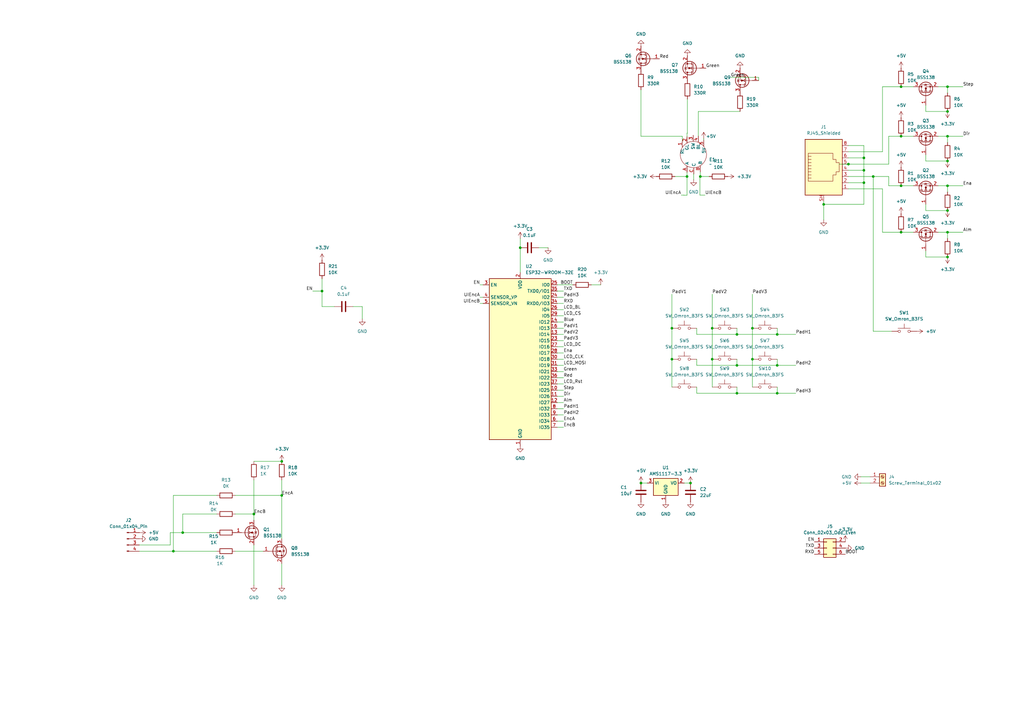
<source format=kicad_sch>
(kicad_sch (version 20231120) (generator "eeschema") (generator_version "8.0")
  (paper "A3")
  (lib_symbols
    (symbol "Connector:Conn_01x04_Pin" (pin_names (offset 1.016) hide)
      (property "Reference" "J" (at 0 5.08 0))
      (property "Value" "Conn_01x04_Pin" (at 0 -7.62 0))
      (symbol "Conn_01x04_Pin_1_1"
        (polyline (pts (xy 1.27 -5.08) (xy 0.8636 -5.08)) (stroke (width 0.1524)))
        (polyline (pts (xy 1.27 -2.54) (xy 0.8636 -2.54)) (stroke (width 0.1524)))
        (polyline (pts (xy 1.27 0) (xy 0.8636 0)) (stroke (width 0.1524)))
        (polyline (pts (xy 1.27 2.54) (xy 0.8636 2.54)) (stroke (width 0.1524)))
        (rectangle (start 0.8636 -4.953) (end 0 -5.207) (stroke (width 0.1524)) (fill (type outline)))
        (rectangle (start 0.8636 -2.413) (end 0 -2.667) (stroke (width 0.1524)) (fill (type outline)))
        (rectangle (start 0.8636 0.127) (end 0 -0.127) (stroke (width 0.1524)) (fill (type outline)))
        (rectangle (start 0.8636 2.667) (end 0 2.413) (stroke (width 0.1524)) (fill (type outline)))
        (pin passive line (at 5.08 2.54 180) (length 3.81) (name "Pin_1") (number "1"))
        (pin passive line (at 5.08 0 180) (length 3.81) (name "Pin_2") (number "2"))
        (pin passive line (at 5.08 -2.54 180) (length 3.81) (name "Pin_3") (number "3"))
        (pin passive line (at 5.08 -5.08 180) (length 3.81) (name "Pin_4") (number "4"))
      )
    )
    (symbol "Connector:RJ45_Shielded" (pin_names (offset 1.016))
      (property "Reference" "J" (at -5.08 13.97 0))
      (property "Value" "RJ45_Shielded" (at 2.54 13.97 0))
      (symbol "RJ45_Shielded_0_1"
        (polyline (pts (xy -5.08 4.445) (xy -6.35 4.445)))
        (polyline (pts (xy -5.08 5.715) (xy -6.35 5.715)))
        (polyline (pts (xy -6.35 -3.175) (xy -5.08 -3.175) (xy -5.08 -3.175)))
        (polyline (pts (xy -6.35 -1.905) (xy -5.08 -1.905) (xy -5.08 -1.905)))
        (polyline (pts (xy -6.35 -0.635) (xy -5.08 -0.635) (xy -5.08 -0.635)))
        (polyline (pts (xy -6.35 0.635) (xy -5.08 0.635) (xy -5.08 0.635)))
        (polyline (pts (xy -6.35 1.905) (xy -5.08 1.905) (xy -5.08 1.905)))
        (polyline (pts (xy -5.08 3.175) (xy -6.35 3.175) (xy -6.35 3.175)))
        (polyline (pts (xy -6.35 -4.445) (xy -6.35 6.985) (xy 3.81 6.985) (xy 3.81 4.445) (xy 5.08 4.445) (xy 5.08 3.175) (xy 6.35 3.175) (xy 6.35 -0.635) (xy 5.08 -0.635) (xy 5.08 -1.905) (xy 3.81 -1.905) (xy 3.81 -4.445) (xy -6.35 -4.445) (xy -6.35 -4.445)))
        (rectangle (start 7.62 12.7) (end -7.62 -10.16) (stroke (width 0.254)) (fill (type background)))
      )
      (symbol "RJ45_Shielded_1_1"
        (pin passive line (at 10.16 -7.62 180) (length 2.54) (name "~") (number "1"))
        (pin passive line (at 10.16 -5.08 180) (length 2.54) (name "~") (number "2"))
        (pin passive line (at 10.16 -2.54 180) (length 2.54) (name "~") (number "3"))
        (pin passive line (at 10.16 0 180) (length 2.54) (name "~") (number "4"))
        (pin passive line (at 10.16 2.54 180) (length 2.54) (name "~") (number "5"))
        (pin passive line (at 10.16 5.08 180) (length 2.54) (name "~") (number "6"))
        (pin passive line (at 10.16 7.62 180) (length 2.54) (name "~") (number "7"))
        (pin passive line (at 10.16 10.16 180) (length 2.54) (name "~") (number "8"))
        (pin passive line (at 0 -12.7 90) (length 2.54) (name "~") (number "SH"))
      )
    )
    (symbol "Connector:Screw_Terminal_01x02" (pin_names (offset 1.016) hide)
      (property "Reference" "J" (at 0 2.54 0))
      (property "Value" "Screw_Terminal_01x02" (at 0 -5.08 0))
      (symbol "Screw_Terminal_01x02_1_1"
        (rectangle (start -1.27 1.27) (end 1.27 -3.81) (stroke (width 0.254)) (fill (type background)))
        (circle (center 0 -2.54) (radius 0.635) (stroke (width 0.1524)))
        (polyline (pts (xy -0.5334 -2.2098) (xy 0.3302 -3.048)) (stroke (width 0.1524)))
        (polyline (pts (xy -0.5334 0.3302) (xy 0.3302 -0.508)) (stroke (width 0.1524)))
        (polyline (pts (xy -0.3556 -2.032) (xy 0.508 -2.8702)) (stroke (width 0.1524)))
        (polyline (pts (xy -0.3556 0.508) (xy 0.508 -0.3302)) (stroke (width 0.1524)))
        (circle (center 0 0) (radius 0.635) (stroke (width 0.1524)))
        (pin passive line (at -5.08 0 0) (length 3.81) (name "Pin_1") (number "1"))
        (pin passive line (at -5.08 -2.54 0) (length 3.81) (name "Pin_2") (number "2"))
      )
    )
    (symbol "Connector_Generic:Conn_02x03_Odd_Even" (pin_names (offset 1.016) hide)
      (property "Reference" "J" (at 1.27 5.08 0))
      (property "Value" "Conn_02x03_Odd_Even" (at 1.27 -5.08 0))
      (symbol "Conn_02x03_Odd_Even_1_1"
        (rectangle (start -1.27 -2.413) (end 0 -2.667) (stroke (width 0.1524)))
        (rectangle (start -1.27 0.127) (end 0 -0.127) (stroke (width 0.1524)))
        (rectangle (start -1.27 2.667) (end 0 2.413) (stroke (width 0.1524)))
        (rectangle (start -1.27 3.81) (end 3.81 -3.81) (stroke (width 0.254)) (fill (type background)))
        (rectangle (start 3.81 -2.413) (end 2.54 -2.667) (stroke (width 0.1524)))
        (rectangle (start 3.81 0.127) (end 2.54 -0.127) (stroke (width 0.1524)))
        (rectangle (start 3.81 2.667) (end 2.54 2.413) (stroke (width 0.1524)))
        (pin passive line (at -5.08 2.54 0) (length 3.81) (name "Pin_1") (number "1"))
        (pin passive line (at 7.62 2.54 180) (length 3.81) (name "Pin_2") (number "2"))
        (pin passive line (at -5.08 0 0) (length 3.81) (name "Pin_3") (number "3"))
        (pin passive line (at 7.62 0 180) (length 3.81) (name "Pin_4") (number "4"))
        (pin passive line (at -5.08 -2.54 0) (length 3.81) (name "Pin_5") (number "5"))
        (pin passive line (at 7.62 -2.54 180) (length 3.81) (name "Pin_6") (number "6"))
      )
    )
    (symbol "Device:C" (pin_numbers hide) (pin_names (offset 0.254))
      (property "Reference" "C" (at 0.635 2.54 0))
      (property "Value" "C" (at 0.635 -2.54 0))
      (symbol "C_0_1"
        (polyline (pts (xy -2.032 -0.762) (xy 2.032 -0.762)) (stroke (width 0.508)))
        (polyline (pts (xy -2.032 0.762) (xy 2.032 0.762)) (stroke (width 0.508)))
      )
      (symbol "C_1_1"
        (pin passive line (at 0 3.81 270) (length 2.794) (name "~") (number "1"))
        (pin passive line (at 0 -3.81 90) (length 2.794) (name "~") (number "2"))
      )
    )
    (symbol "Device:R" (pin_numbers hide) (pin_names (offset 0))
      (property "Reference" "R" (at 2.032 0 90))
      (property "Value" "R" (at 0 0 90))
      (symbol "R_0_1"
        (rectangle (start -1.016 -2.54) (end 1.016 2.54) (stroke (width 0.254)))
      )
      (symbol "R_1_1"
        (pin passive line (at 0 3.81 270) (length 1.27) (name "~") (number "1"))
        (pin passive line (at 0 -3.81 90) (length 1.27) (name "~") (number "2"))
      )
    )
    (symbol "RF_Module:ESP32-WROOM-32E"
      (property "Reference" "U" (at -12.7 34.29 0))
      (property "Value" "ESP32-WROOM-32E" (at 1.27 34.29 0))
      (symbol "ESP32-WROOM-32E_0_1"
        (rectangle (start -12.7 33.02) (end 12.7 -33.02) (stroke (width 0.254)) (fill (type background)))
      )
      (symbol "ESP32-WROOM-32E_1_1"
        (pin power_in line (at 0 -35.56 90) (length 2.54) (name "GND") (number "1"))
        (pin bidirectional line (at 15.24 -12.7 180) (length 2.54) (name "IO25") (number "10"))
        (pin bidirectional line (at 15.24 -15.24 180) (length 2.54) (name "IO26") (number "11"))
        (pin bidirectional line (at 15.24 -17.78 180) (length 2.54) (name "IO27") (number "12"))
        (pin bidirectional line (at 15.24 10.16 180) (length 2.54) (name "IO14") (number "13"))
        (pin bidirectional line (at 15.24 15.24 180) (length 2.54) (name "IO12") (number "14"))
        (pin passive line (at 0 -35.56 90) (length 2.54) hide (name "GND") (number "15"))
        (pin bidirectional line (at 15.24 12.7 180) (length 2.54) (name "IO13") (number "16"))
        (pin no_connect line (at -12.7 -5.08 0) (length 2.54) hide (name "NC") (number "17"))
        (pin no_connect line (at -12.7 -7.62 0) (length 2.54) hide (name "NC") (number "18"))
        (pin no_connect line (at -12.7 -12.7 0) (length 2.54) hide (name "NC") (number "19"))
        (pin power_in line (at 0 35.56 270) (length 2.54) (name "VDD") (number "2"))
        (pin no_connect line (at -12.7 -10.16 0) (length 2.54) hide (name "NC") (number "20"))
        (pin no_connect line (at -12.7 0 0) (length 2.54) hide (name "NC") (number "21"))
        (pin no_connect line (at -12.7 -2.54 0) (length 2.54) hide (name "NC") (number "22"))
        (pin bidirectional line (at 15.24 7.62 180) (length 2.54) (name "IO15") (number "23"))
        (pin bidirectional line (at 15.24 25.4 180) (length 2.54) (name "IO2") (number "24"))
        (pin bidirectional line (at 15.24 30.48 180) (length 2.54) (name "IO0") (number "25"))
        (pin bidirectional line (at 15.24 20.32 180) (length 2.54) (name "IO4") (number "26"))
        (pin bidirectional line (at 15.24 5.08 180) (length 2.54) (name "IO16") (number "27"))
        (pin bidirectional line (at 15.24 2.54 180) (length 2.54) (name "IO17") (number "28"))
        (pin bidirectional line (at 15.24 17.78 180) (length 2.54) (name "IO5") (number "29"))
        (pin input line (at -15.24 30.48 0) (length 2.54) (name "EN") (number "3"))
        (pin bidirectional line (at 15.24 0 180) (length 2.54) (name "IO18") (number "30"))
        (pin bidirectional line (at 15.24 -2.54 180) (length 2.54) (name "IO19") (number "31"))
        (pin no_connect line (at -12.7 -27.94 0) (length 2.54) hide (name "NC") (number "32"))
        (pin bidirectional line (at 15.24 -5.08 180) (length 2.54) (name "IO21") (number "33"))
        (pin bidirectional line (at 15.24 22.86 180) (length 2.54) (name "RXD0/IO3") (number "34"))
        (pin bidirectional line (at 15.24 27.94 180) (length 2.54) (name "TXD0/IO1") (number "35"))
        (pin bidirectional line (at 15.24 -7.62 180) (length 2.54) (name "IO22") (number "36"))
        (pin bidirectional line (at 15.24 -10.16 180) (length 2.54) (name "IO23") (number "37"))
        (pin passive line (at 0 -35.56 90) (length 2.54) hide (name "GND") (number "38"))
        (pin passive line (at 0 -35.56 90) (length 2.54) hide (name "GND") (number "39"))
        (pin input line (at -15.24 25.4 0) (length 2.54) (name "SENSOR_VP") (number "4"))
        (pin input line (at -15.24 22.86 0) (length 2.54) (name "SENSOR_VN") (number "5"))
        (pin input line (at 15.24 -25.4 180) (length 2.54) (name "IO34") (number "6"))
        (pin input line (at 15.24 -27.94 180) (length 2.54) (name "IO35") (number "7"))
        (pin bidirectional line (at 15.24 -20.32 180) (length 2.54) (name "IO32") (number "8"))
        (pin bidirectional line (at 15.24 -22.86 180) (length 2.54) (name "IO33") (number "9"))
      )
    )
    (symbol "Regulator_Linear:AMS1117-3.3"
      (property "Reference" "U" (at -3.81 3.175 0))
      (property "Value" "AMS1117-3.3" (at 0 3.175 0))
      (symbol "AMS1117-3.3_0_1"
        (rectangle (start -5.08 -5.08) (end 5.08 1.905) (stroke (width 0.254)) (fill (type background)))
      )
      (symbol "AMS1117-3.3_1_1"
        (pin power_in line (at 0 -7.62 90) (length 2.54) (name "GND") (number "1"))
        (pin power_out line (at 7.62 0 180) (length 2.54) (name "VO") (number "2"))
        (pin power_in line (at -7.62 0 0) (length 2.54) (name "VI") (number "3"))
      )
    )
    (symbol "RotaryEncoder:LED-EC12"
      (property "Reference" "E" (at 5.7594 -3.9264 0))
      (symbol "LED-EC12_0_1"
        (circle (center -0.0826 0.1376) (radius 5.3882))
      )
      (symbol "LED-EC12_1_1"
        (pin passive line (at -4.6276 5.7676 270) (length 2.54) (name "RL") (number "1"))
        (pin passive line (at -2.7026 7.3776 270) (length 2.54) (name "GL") (number "2"))
        (pin passive line (at -0.1826 8.0427 270) (length 2.54) (name "SW") (number "3"))
        (pin passive line (at 1.9523 7.6927 270) (length 2.54) (name "BL") (number "4"))
        (pin power_in line (at 4.1923 6.0826 270) (length 2.54) (name "5V") (number "5"))
        (pin passive line (at -2.7004 -7.1672 90) (length 2.54) (name "A") (number "A"))
        (pin passive line (at 2.7595 -7.0272 90) (length 2.54) (name "B") (number "B"))
        (pin passive line (at 0.0996 -7.8672 90) (length 2.54) (name "C") (number "C"))
      )
    )
    (symbol "Switch:SW_Omron_B3FS" (pin_numbers hide) (pin_names (offset 1.016) hide)
      (property "Reference" "SW" (at 1.27 2.54 0))
      (property "Value" "SW_Omron_B3FS" (at 0 -1.524 0))
      (symbol "SW_Omron_B3FS_0_1"
        (circle (center -2.032 0) (radius 0.508))
        (polyline (pts (xy 0 1.27) (xy 0 3.048)))
        (polyline (pts (xy 2.54 1.27) (xy -2.54 1.27)))
        (circle (center 2.032 0) (radius 0.508))
        (pin passive line (at -5.08 0 0) (length 2.54) (name "1") (number "1"))
        (pin passive line (at 5.08 0 180) (length 2.54) (name "2") (number "2"))
      )
    )
    (symbol "Transistor_FET:BSS138" (pin_names hide)
      (property "Reference" "Q" (at 5.08 1.905 0))
      (property "Value" "BSS138" (at 5.08 0 0))
      (symbol "BSS138_0_1"
        (polyline (pts (xy 0.254 0) (xy -2.54 0)))
        (polyline (pts (xy 0.254 1.905) (xy 0.254 -1.905)) (stroke (width 0.254)))
        (polyline (pts (xy 0.762 -1.27) (xy 0.762 -2.286)) (stroke (width 0.254)))
        (polyline (pts (xy 0.762 0.508) (xy 0.762 -0.508)) (stroke (width 0.254)))
        (polyline (pts (xy 0.762 2.286) (xy 0.762 1.27)) (stroke (width 0.254)))
        (polyline (pts (xy 2.54 2.54) (xy 2.54 1.778)))
        (polyline (pts (xy 2.54 -2.54) (xy 2.54 0) (xy 0.762 0)))
        (polyline (pts (xy 0.762 -1.778) (xy 3.302 -1.778) (xy 3.302 1.778) (xy 0.762 1.778)))
        (polyline (pts (xy 1.016 0) (xy 2.032 0.381) (xy 2.032 -0.381) (xy 1.016 0)) (fill (type outline)))
        (polyline (pts (xy 2.794 0.508) (xy 2.921 0.381) (xy 3.683 0.381) (xy 3.81 0.254)))
        (polyline (pts (xy 3.302 0.381) (xy 2.921 -0.254) (xy 3.683 -0.254) (xy 3.302 0.381)))
        (circle (center 1.651 0) (radius 2.794) (stroke (width 0.254)))
        (circle (center 2.54 -1.778) (radius 0.254) (fill (type outline)))
        (circle (center 2.54 1.778) (radius 0.254) (fill (type outline)))
      )
      (symbol "BSS138_1_1"
        (pin input line (at -5.08 0 0) (length 2.54) (name "G") (number "1"))
        (pin passive line (at 2.54 -5.08 90) (length 2.54) (name "S") (number "2"))
        (pin passive line (at 2.54 5.08 270) (length 2.54) (name "D") (number "3"))
      )
    )
    (symbol "power:+3.3V" (power) (pin_numbers hide) (pin_names (offset 0) hide)
      (property "Value" "+3.3V" (at 0 3.556 0))
      (symbol "+3.3V_0_1"
        (polyline (pts (xy -0.762 1.27) (xy 0 2.54)))
        (polyline (pts (xy 0 0) (xy 0 2.54)))
        (polyline (pts (xy 0 2.54) (xy 0.762 1.27)))
      )
      (symbol "+3.3V_1_1"
        (pin power_in line (at 0 0 90) (length 0) (name "~") (number "1"))
      )
    )
    (symbol "power:+5V" (power) (pin_numbers hide) (pin_names (offset 0) hide)
      (property "Value" "+5V" (at 0 3.556 0))
      (symbol "+5V_0_1"
        (polyline (pts (xy -0.762 1.27) (xy 0 2.54)))
        (polyline (pts (xy 0 0) (xy 0 2.54)))
        (polyline (pts (xy 0 2.54) (xy 0.762 1.27)))
      )
      (symbol "+5V_1_1"
        (pin power_in line (at 0 0 90) (length 0) (name "~") (number "1"))
      )
    )
    (symbol "power:GND" (power) (pin_numbers hide) (pin_names (offset 0) hide)
      (property "Value" "GND" (at 0 -3.81 0))
      (symbol "GND_0_1"
        (polyline (pts (xy 0 0) (xy 0 -1.27) (xy 1.27 -1.27) (xy 0 -2.54) (xy -1.27 -1.27) (xy 0 -1.27)))
      )
      (symbol "GND_1_1"
        (pin power_in line (at 0 0 270) (length 0) (name "~") (number "1"))
      )
    )
  )
  (junction (at 337.82 83.82))
  (junction (at 115.57 203.2))
  (junction (at 281.7796 72.39))
  (junction (at 292.1 134.62))
  (junction (at 275.59 134.62))
  (junction (at 308.61 134.62))
  (junction (at 354.33 74.93))
  (junction (at 302.26 161.29))
  (junction (at 275.59 147.32))
  (junction (at 318.77 161.29))
  (junction (at 369.57 76.2))
  (junction (at 388.62 66.04))
  (junction (at 347.98 67.31))
  (junction (at 115.57 189.23))
  (junction (at 283.21 198.12))
  (junction (at 302.26 137.16))
  (junction (at 308.61 147.32))
  (junction (at 287.2395 72.39))
  (junction (at 354.33 69.85))
  (junction (at 71.12 226.06))
  (junction (at 388.62 55.88))
  (junction (at 388.62 95.25))
  (junction (at 369.57 35.56))
  (junction (at 318.77 137.16))
  (junction (at 358.14 72.39))
  (junction (at 318.77 149.86))
  (junction (at 292.1 147.32))
  (junction (at 74.93 218.44))
  (junction (at 369.57 55.88))
  (junction (at 388.62 76.2))
  (junction (at 132.08 119.38))
  (junction (at 104.14 210.82))
  (junction (at 388.62 35.56))
  (junction (at 302.26 149.86))
  (junction (at 388.62 86.36))
  (junction (at 354.33 64.77))
  (junction (at 388.62 45.72))
  (junction (at 262.89 198.12))
  (junction (at 388.62 105.41))
  (junction (at 213.36 101.6))
  (junction (at 369.57 95.25))
  (wire (pts (xy 74.93 218.44) (xy 88.9 218.44)))
  (wire (pts (xy 302.26 137.16) (xy 318.77 137.16)))
  (wire (pts (xy 262.89 36.83) (xy 262.89 55.88)))
  (wire (pts (xy 369.57 95.25) (xy 374.65 95.25)))
  (wire (pts (xy 354.33 83.82) (xy 337.82 83.82)))
  (wire (pts (xy 231.14 137.16) (xy 228.6 137.16)))
  (wire (pts (xy 262.89 55.88) (xy 279.8524 55.88)))
  (wire (pts (xy 279.8524 55.88) (xy 279.8524 57.7324)))
  (wire (pts (xy 369.57 35.56) (xy 374.65 35.56)))
  (wire (pts (xy 318.77 149.86) (xy 326.39 149.86)))
  (wire (pts (xy 384.81 95.25) (xy 388.62 95.25)))
  (wire (pts (xy 275.59 134.62) (xy 275.59 147.32)))
  (wire (pts (xy 285.75 134.62) (xy 285.75 137.16)))
  (wire (pts (xy 318.77 137.16) (xy 326.39 137.16)))
  (wire (pts (xy 318.77 147.32) (xy 318.77 149.86)))
  (wire (pts (xy 280.5096 80.0382) (xy 280.5096 80.01)))
  (wire (pts (xy 337.82 83.82) (xy 337.82 90.17)))
  (wire (pts (xy 287.2395 70.5272) (xy 287.2395 72.39)))
  (wire (pts (xy 281.94 54.61) (xy 281.7774 54.61)))
  (wire (pts (xy 196.85 121.92) (xy 198.12 121.92)))
  (wire (pts (xy 281.94 40.64) (xy 281.94 54.61)))
  (wire (pts (xy 115.57 203.2) (xy 115.57 220.98)))
  (wire (pts (xy 347.98 77.47) (xy 361.95 77.47)))
  (wire (pts (xy 231.14 147.32) (xy 228.6 147.32)))
  (wire (pts (xy 311.15 31.75) (xy 299.72 31.75)))
  (wire (pts (xy 364.49 67.31) (xy 364.49 55.88)))
  (wire (pts (xy 231.14 144.78) (xy 228.6 144.78)))
  (wire (pts (xy 69.85 218.44) (xy 74.93 218.44)))
  (wire (pts (xy 388.62 55.88) (xy 394.97 55.88)))
  (wire (pts (xy 288.6108 57.4174) (xy 288.6723 57.4174)))
  (wire (pts (xy 128.27 119.38) (xy 132.08 119.38)))
  (wire (pts (xy 353.06 195.58) (xy 356.87 195.58)))
  (wire (pts (xy 231.14 119.38) (xy 228.6 119.38)))
  (wire (pts (xy 231.14 142.24) (xy 228.6 142.24)))
  (wire (pts (xy 379.73 83.82) (xy 379.73 86.36)))
  (wire (pts (xy 354.33 69.85) (xy 354.33 74.93)))
  (wire (pts (xy 115.57 231.14) (xy 115.57 240.03)))
  (wire (pts (xy 132.08 125.73) (xy 137.16 125.73)))
  (wire (pts (xy 285.75 158.75) (xy 285.75 161.29)))
  (wire (pts (xy 288.6108 56.7881) (xy 288.6108 57.4174)))
  (wire (pts (xy 281.7796 80.0382) (xy 280.5096 80.0382)))
  (wire (pts (xy 286.4323 45.72) (xy 286.4323 55.8073)))
  (wire (pts (xy 285.75 149.86) (xy 302.26 149.86)))
  (wire (pts (xy 358.14 135.89) (xy 365.76 135.89)))
  (wire (pts (xy 388.62 78.74) (xy 388.62 76.2)))
  (wire (pts (xy 285.75 161.29) (xy 302.26 161.29)))
  (wire (pts (xy 246.38 116.84) (xy 242.57 116.84)))
  (wire (pts (xy 361.95 35.56) (xy 369.57 35.56)))
  (wire (pts (xy 231.14 139.7) (xy 228.6 139.7)))
  (wire (pts (xy 74.93 210.82) (xy 88.9 210.82)))
  (wire (pts (xy 231.14 132.08) (xy 228.6 132.08)))
  (wire (pts (xy 364.49 55.88) (xy 369.57 55.88)))
  (wire (pts (xy 347.98 59.69) (xy 354.33 59.69)))
  (wire (pts (xy 231.14 160.02) (xy 228.6 160.02)))
  (wire (pts (xy 115.57 196.85) (xy 115.57 203.2)))
  (wire (pts (xy 96.52 203.2) (xy 115.57 203.2)))
  (wire (pts (xy 281.7796 70.6672) (xy 281.7796 72.39)))
  (wire (pts (xy 231.14 167.64) (xy 228.6 167.64)))
  (wire (pts (xy 231.14 154.94) (xy 228.6 154.94)))
  (wire (pts (xy 358.14 72.39) (xy 364.49 72.39)))
  (wire (pts (xy 361.95 77.47) (xy 361.95 95.25)))
  (wire (pts (xy 302.26 134.62) (xy 302.26 137.16)))
  (wire (pts (xy 231.14 165.1) (xy 228.6 165.1)))
  (wire (pts (xy 57.15 223.52) (xy 69.85 223.52)))
  (wire (pts (xy 318.77 161.29) (xy 326.39 161.29)))
  (wire (pts (xy 231.14 170.18) (xy 228.6 170.18)))
  (wire (pts (xy 308.61 158.75) (xy 308.61 147.32)))
  (wire (pts (xy 302.26 149.86) (xy 318.77 149.86)))
  (wire (pts (xy 384.81 55.88) (xy 388.62 55.88)))
  (wire (pts (xy 275.59 120.65) (xy 275.59 134.62)))
  (wire (pts (xy 379.73 63.5) (xy 379.73 66.04)))
  (wire (pts (xy 287.2395 72.39) (xy 290.83 72.39)))
  (wire (pts (xy 318.77 134.62) (xy 318.77 137.16)))
  (wire (pts (xy 148.59 130.81) (xy 148.59 125.73)))
  (wire (pts (xy 292.1 147.32) (xy 292.1 158.75)))
  (wire (pts (xy 302.26 147.32) (xy 302.26 149.86)))
  (wire (pts (xy 284.48 73.66) (xy 284.48 71.3672)))
  (wire (pts (xy 337.82 83.82) (xy 337.82 82.55)))
  (wire (pts (xy 388.62 97.79) (xy 388.62 95.25)))
  (wire (pts (xy 379.73 45.72) (xy 388.62 45.72)))
  (wire (pts (xy 308.61 147.32) (xy 308.61 134.62)))
  (wire (pts (xy 347.98 74.93) (xy 354.33 74.93)))
  (wire (pts (xy 57.15 226.06) (xy 71.12 226.06)))
  (wire (pts (xy 281.7796 72.39) (xy 281.7796 80.0382)))
  (wire (pts (xy 220.98 101.6) (xy 224.79 101.6)))
  (wire (pts (xy 379.73 105.41) (xy 388.62 105.41)))
  (wire (pts (xy 196.85 116.84) (xy 198.12 116.84)))
  (wire (pts (xy 284.48 71.3672) (xy 284.5796 71.3672)))
  (wire (pts (xy 364.49 72.39) (xy 364.49 76.2)))
  (wire (pts (xy 384.81 76.2) (xy 388.62 76.2)))
  (wire (pts (xy 347.98 64.77) (xy 354.33 64.77)))
  (wire (pts (xy 280.5096 80.01) (xy 279.4 80.01)))
  (wire (pts (xy 144.78 125.73) (xy 148.59 125.73)))
  (wire (pts (xy 379.73 66.04) (xy 388.62 66.04)))
  (wire (pts (xy 388.62 58.42) (xy 388.62 55.88)))
  (wire (pts (xy 231.14 172.72) (xy 228.6 172.72)))
  (wire (pts (xy 354.33 64.77) (xy 354.33 69.85)))
  (wire (pts (xy 104.14 196.85) (xy 104.14 210.82)))
  (wire (pts (xy 388.62 38.1) (xy 388.62 35.56)))
  (wire (pts (xy 96.52 226.06) (xy 107.95 226.06)))
  (wire (pts (xy 96.52 210.82) (xy 104.14 210.82)))
  (wire (pts (xy 354.33 59.69) (xy 354.33 64.77)))
  (wire (pts (xy 285.75 137.16) (xy 302.26 137.16)))
  (wire (pts (xy 369.57 76.2) (xy 374.65 76.2)))
  (wire (pts (xy 231.14 149.86) (xy 228.6 149.86)))
  (wire (pts (xy 302.26 158.75) (xy 302.26 161.29)))
  (wire (pts (xy 287.0791 72.39) (xy 287.0791 80.01)))
  (wire (pts (xy 276.86 72.39) (xy 281.7796 72.39)))
  (wire (pts (xy 231.14 152.4) (xy 228.6 152.4)))
  (wire (pts (xy 379.73 86.36) (xy 388.62 86.36)))
  (wire (pts (xy 104.14 223.52) (xy 104.14 240.03)))
  (wire (pts (xy 231.14 157.48) (xy 228.6 157.48)))
  (wire (pts (xy 196.85 124.46) (xy 198.12 124.46)))
  (wire (pts (xy 318.77 158.75) (xy 318.77 161.29)))
  (wire (pts (xy 281.7774 54.61) (xy 281.7774 56.1224)))
  (wire (pts (xy 379.73 43.18) (xy 379.73 45.72)))
  (wire (pts (xy 228.6 116.84) (xy 234.95 116.84)))
  (wire (pts (xy 369.57 55.88) (xy 374.65 55.88)))
  (wire (pts (xy 361.95 35.56) (xy 361.95 62.23)))
  (wire (pts (xy 283.21 198.12) (xy 280.67 198.12)))
  (wire (pts (xy 231.14 134.62) (xy 228.6 134.62)))
  (wire (pts (xy 302.26 161.29) (xy 318.77 161.29)))
  (wire (pts (xy 379.73 102.87) (xy 379.73 105.41)))
  (wire (pts (xy 132.08 114.3) (xy 132.08 119.38)))
  (wire (pts (xy 275.59 147.32) (xy 275.59 158.75)))
  (wire (pts (xy 344.17 67.31) (xy 347.98 67.31)))
  (wire (pts (xy 104.14 210.82) (xy 104.14 213.36)))
  (wire (pts (xy 71.12 226.06) (xy 71.12 203.2)))
  (wire (pts (xy 361.95 95.25) (xy 369.57 95.25)))
  (wire (pts (xy 104.14 189.23) (xy 115.57 189.23)))
  (wire (pts (xy 303.53 45.72) (xy 286.4323 45.72)))
  (wire (pts (xy 231.14 127) (xy 228.6 127)))
  (wire (pts (xy 347.98 67.31) (xy 364.49 67.31)))
  (wire (pts (xy 384.81 35.56) (xy 388.62 35.56)))
  (wire (pts (xy 308.61 134.62) (xy 308.61 120.65)))
  (wire (pts (xy 74.93 218.44) (xy 74.93 210.82)))
  (wire (pts (xy 347.98 69.85) (xy 354.33 69.85)))
  (wire (pts (xy 262.89 198.12) (xy 265.43 198.12)))
  (wire (pts (xy 388.62 76.2) (xy 394.97 76.2)))
  (wire (pts (xy 231.14 129.54) (xy 228.6 129.54)))
  (wire (pts (xy 347.98 62.23) (xy 361.95 62.23)))
  (wire (pts (xy 354.33 74.93) (xy 354.33 83.82)))
  (wire (pts (xy 285.75 147.32) (xy 285.75 149.86)))
  (wire (pts (xy 292.1 120.65) (xy 292.1 134.62)))
  (wire (pts (xy 358.14 72.39) (xy 358.14 135.89)))
  (wire (pts (xy 388.62 35.56) (xy 394.97 35.56)))
  (wire (pts (xy 213.36 101.6) (xy 213.36 111.76)))
  (wire (pts (xy 71.12 203.2) (xy 88.9 203.2)))
  (wire (pts (xy 289.1801 80.01) (xy 287.0791 80.01)))
  (wire (pts (xy 213.36 97.79) (xy 213.36 101.6)))
  (wire (pts (xy 292.1 134.62) (xy 292.1 147.32)))
  (wire (pts (xy 388.62 95.25) (xy 394.97 95.25)))
  (wire (pts (xy 71.12 226.06) (xy 88.9 226.06)))
  (wire (pts (xy 231.14 124.46) (xy 228.6 124.46)))
  (wire (pts (xy 132.08 119.38) (xy 132.08 125.73)))
  (wire (pts (xy 287.0791 72.39) (xy 287.2395 72.39)))
  (wire (pts (xy 231.14 121.92) (xy 228.6 121.92)))
  (wire (pts (xy 353.06 198.12) (xy 356.87 198.12)))
  (wire (pts (xy 69.85 223.52) (xy 69.85 218.44)))
  (wire (pts (xy 364.49 76.2) (xy 369.57 76.2)))
  (wire (pts (xy 347.98 72.39) (xy 358.14 72.39)))
  (wire (pts (xy 231.14 162.56) (xy 228.6 162.56)))
  (wire (pts (xy 231.14 175.26) (xy 228.6 175.26)))
  (wire (pts (xy 311.15 33.02) (xy 311.15 31.75)))
  (label "EN" (at 128.27 119.38 180))
  (label "Alm" (at 394.97 95.25 0))
  (label "PadH2" (at 326.39 149.86 0))
  (label "Blue" (at 231.14 132.08 0))
  (label "RXD" (at 334.01 227.33 180))
  (label "UIEncA" (at 279.4 80.01 180))
  (label "LCD_Rst" (at 231.14 157.48 0))
  (label "UIEncB" (at 196.85 124.46 180))
  (label "Green" (at 289.56 27.94 0))
  (label "Step" (at 231.14 160.02 0))
  (label "PadV1" (at 275.59 120.65 0))
  (label "LCD_CLK" (at 231.14 147.32 0))
  (label "UIEncB" (at 289.1801 80.01 0))
  (label "Red" (at 231.14 154.94 0))
  (label "Green" (at 299.72 31.75 0))
  (label "PadH3" (at 231.14 121.92 0))
  (label "UIEncA" (at 196.85 121.92 180))
  (label "Ena" (at 394.97 76.2 0))
  (label "PadH1" (at 231.14 167.64 0))
  (label "EncB" (at 104.14 210.82 0))
  (label "RXD" (at 231.14 124.46 0))
  (label "Alm" (at 231.14 165.1 0))
  (label "PadH1" (at 326.39 137.16 0))
  (label "PadV3" (at 231.14 139.7 0))
  (label "Dir" (at 394.97 55.88 0))
  (label "PadH3" (at 326.39 161.29 0))
  (label "TXD" (at 231.14 119.38 0))
  (label "LCD_MOSI" (at 231.14 149.86 0))
  (label "Green" (at 231.14 152.4 0))
  (label "EN" (at 334.01 222.25 180))
  (label "LCD_DC" (at 231.14 142.24 0))
  (label "PadH2" (at 231.14 170.18 0))
  (label "PadV3" (at 308.61 120.65 0))
  (label "BOOT" (at 229.87 116.84 0))
  (label "EncA" (at 231.14 172.72 0))
  (label "PadV1" (at 231.14 134.62 0))
  (label "Ena" (at 231.14 144.78 0))
  (label "PadV2" (at 231.14 137.16 0))
  (label "Dir" (at 231.14 162.56 0))
  (label "LCD_BL" (at 231.14 127 0))
  (label "PadV2" (at 292.1 120.65 0))
  (label "BOOT" (at 346.71 227.33 0))
  (label "Step" (at 394.97 35.56 0))
  (label "EncB" (at 231.14 175.26 0))
  (label "TXD" (at 334.01 224.79 180))
  (label "EncA" (at 115.57 203.2 0))
  (label "EN" (at 196.85 116.84 180))
  (label "LCD_CS" (at 231.14 129.54 0))
  (label "Red" (at 270.51 24.13 0))
  (symbol (lib_id "Device:R") (at 388.62 82.55 0) (unit 1)
    (property "Reference" "R2" (at 391.16 81.2799 0) (effects (justify left)))
    (property "Value" "10K" (at 391.16 83.8199 0) (effects (justify left)))
    (property "Footprint" "Resistor_SMD:R_0805_2012Metric" (effects (hide yes)))
    (property "Description" "Resistor" (effects (hide yes)))
  )
  (symbol (lib_id "power:+3.3V") (at 269.24 72.39 90) (unit 1)
    (property "Reference" "#PWR014" (effects (hide yes)))
    (property "Value" "+3.3V" (at 265.43 72.3899 90) (effects (justify left)))
    (property "Description" "Power symbol creates a global label with name \"+3.3V\"" (effects (hide yes)))
  )
  (symbol (lib_id "power:+3.3V") (at 388.62 66.04 180) (unit 1)
    (property "Reference" "#PWR08" (effects (hide yes)))
    (property "Value" "+3.3V" (at 388.62 71.12 0))
    (property "Description" "Power symbol creates a global label with name \"+3.3V\"" (effects (hide yes)))
  )
  (symbol (lib_id "Connector:RJ45_Shielded") (at 337.82 69.85 0) (unit 1)
    (property "Reference" "J1" (at 337.82 52.07 0))
    (property "Value" "RJ45_Shielded" (at 337.82 54.61 0))
    (property "Footprint" "Connector_RJ:RJ45_RCH_RC01937" (effects (hide yes)))
    (property "Description" "RJ connector, 8P8C (8 positions 8 connected), Shielded" (effects (hide yes)))
  )
  (symbol (lib_id "Transistor_FET:BSS138") (at 265.43 24.13 180) (unit 1)
    (property "Reference" "Q6" (at 259.08 22.8599 0) (effects (justify left)))
    (property "Value" "BSS138" (at 259.08 25.3999 0) (effects (justify left)))
    (property "Footprint" "Package_TO_SOT_SMD:SOT-23" (effects (hide yes)))
    (property "Datasheet" "https://www.onsemi.com/pub/Collateral/BSS138-D.PDF" (effects (hide yes)))
    (property "Description" "50V Vds, 0.22A Id, N-Channel MOSFET, SOT-23" (effects (hide yes)))
  )
  (symbol (lib_id "power:+5V") (at 369.57 27.94 0) (unit 1)
    (property "Reference" "#PWR09" (effects (hide yes)))
    (property "Value" "+5V" (at 369.57 22.86 0))
    (property "Description" "Power symbol creates a global label with name \"+5V\"" (effects (hide yes)))
  )
  (symbol (lib_id "Transistor_FET:BSS138") (at 113.03 226.06 0) (unit 1)
    (property "Reference" "Q8" (at 119.38 224.7899 0) (effects (justify left)))
    (property "Value" "BSS138" (at 119.38 227.3299 0) (effects (justify left)))
    (property "Footprint" "Package_TO_SOT_SMD:SOT-23" (effects (hide yes)))
    (property "Datasheet" "https://www.onsemi.com/pub/Collateral/BSS138-D.PDF" (effects (hide yes)))
    (property "Description" "50V Vds, 0.22A Id, N-Channel MOSFET, SOT-23" (effects (hide yes)))
  )
  (symbol (lib_id "Device:C") (at 140.97 125.73 90) (unit 1)
    (property "Reference" "C4" (at 140.97 118.11 90))
    (property "Value" "0.1uF" (at 140.97 120.65 90))
    (property "Footprint" "Capacitor_SMD:C_0805_2012Metric" (effects (hide yes)))
    (property "Description" "Unpolarized capacitor" (effects (hide yes)))
  )
  (symbol (lib_id "power:GND") (at 115.57 240.03 0) (unit 1)
    (property "Reference" "#PWR015" (effects (hide yes)))
    (property "Value" "GND" (at 115.57 245.11 0))
    (property "Description" "Power symbol creates a global label with name \"GND\" , ground" (effects (hide yes)))
  )
  (symbol (lib_id "Device:R") (at 92.71 226.06 90) (unit 1)
    (property "Reference" "R16" (at 90.17 228.6 90))
    (property "Value" "1K" (at 90.17 231.14 90))
    (property "Footprint" "Resistor_SMD:R_0805_2012Metric" (effects (hide yes)))
    (property "Description" "Resistor" (effects (hide yes)))
  )
  (symbol (lib_id "power:GND") (at 303.53 27.94 180) (unit 1)
    (property "Reference" "#PWR025" (effects (hide yes)))
    (property "Value" "GND" (at 303.53 22.86 0))
    (property "Description" "Power symbol creates a global label with name \"GND\" , ground" (effects (hide yes)))
  )
  (symbol (lib_id "Switch:SW_Omron_B3FS") (at 313.69 134.62 0) (unit 1)
    (property "Reference" "SW4" (at 313.69 127 0))
    (property "Value" "SW_Omron_B3FS" (at 313.69 129.54 0))
    (property "Footprint" "Button_Switch_THT:SW_TH_Tactile_Omron_B3F-10xx" (effects (hide yes)))
    (property "Datasheet" "https://omronfs.omron.com/en_US/ecb/products/pdf/en-b3fs.pdf" (effects (hide yes)))
    (property "Description" "Omron B3FS 6x6mm single pole normally-open tactile switch" (effects (hide yes)))
  )
  (symbol (lib_id "Device:R") (at 369.57 31.75 0) (unit 1)
    (property "Reference" "R5" (at 372.11 30.4799 0) (effects (justify left)))
    (property "Value" "10K" (at 372.11 33.0199 0) (effects (justify left)))
    (property "Footprint" "Resistor_SMD:R_0805_2012Metric" (effects (hide yes)))
    (property "Description" "Resistor" (effects (hide yes)))
  )
  (symbol (lib_id "Switch:SW_Omron_B3FS") (at 297.18 134.62 0) (unit 1)
    (property "Reference" "SW3" (at 297.18 127 0))
    (property "Value" "SW_Omron_B3FS" (at 297.18 129.54 0))
    (property "Footprint" "Button_Switch_THT:SW_TH_Tactile_Omron_B3F-10xx" (effects (hide yes)))
    (property "Datasheet" "https://omronfs.omron.com/en_US/ecb/products/pdf/en-b3fs.pdf" (effects (hide yes)))
    (property "Description" "Omron B3FS 6x6mm single pole normally-open tactile switch" (effects (hide yes)))
  )
  (symbol (lib_id "Device:C") (at 283.21 201.93 180) (unit 1)
    (property "Reference" "C2" (at 287.02 200.6599 0) (effects (justify right)))
    (property "Value" "22uF" (at 287.02 203.1999 0) (effects (justify right)))
    (property "Footprint" "Capacitor_SMD:C_0805_2012Metric" (effects (hide yes)))
    (property "Description" "Unpolarized capacitor" (effects (hide yes)))
  )
  (symbol (lib_id "power:+3.3V") (at 346.71 222.25 0) (unit 1)
    (property "Reference" "#PWR031" (effects (hide yes)))
    (property "Value" "+3.3V" (at 346.71 217.17 0))
    (property "Description" "Power symbol creates a global label with name \"+3.3V\"" (effects (hide yes)))
  )
  (symbol (lib_id "power:+3.3V") (at 283.21 198.12 0) (unit 1)
    (property "Reference" "#PWR027" (effects (hide yes)))
    (property "Value" "+3.3V" (at 283.21 193.04 0))
    (property "Description" "Power symbol creates a global label with name \"+3.3V\"" (effects (hide yes)))
  )
  (symbol (lib_id "power:+5V") (at 369.57 68.58 0) (unit 1)
    (property "Reference" "#PWR05" (effects (hide yes)))
    (property "Value" "+5V" (at 369.57 63.5 0))
    (property "Description" "Power symbol creates a global label with name \"+5V\"" (effects (hide yes)))
  )
  (symbol (lib_id "power:+3.3V") (at 246.38 116.84 0) (unit 1)
    (property "Reference" "#PWR036" (effects (hide yes)))
    (property "Value" "+3.3V" (at 246.38 111.76 0))
    (property "Description" "Power symbol creates a global label with name \"+3.3V\"" (effects (hide yes)))
  )
  (symbol (lib_id "Device:R") (at 92.71 210.82 90) (unit 1)
    (property "Reference" "R14" (at 87.63 206.502 90))
    (property "Value" "0K" (at 87.63 209.042 90))
    (property "Footprint" "Resistor_SMD:R_0805_2012Metric" (effects (hide yes)))
    (property "Description" "Resistor" (effects (hide yes)))
  )
  (symbol (lib_id "power:+5V") (at 288.6108 56.7881 0) (unit 1)
    (property "Reference" "#PWR02" (effects (hide yes)))
    (property "Value" "+5V" (at 291.592 55.88 0))
    (property "Description" "Power symbol creates a global label with name \"+5V\"" (effects (hide yes)))
  )
  (symbol (lib_id "power:+3.3V") (at 388.62 45.72 180) (unit 1)
    (property "Reference" "#PWR010" (effects (hide yes)))
    (property "Value" "+3.3V" (at 388.62 50.8 0))
    (property "Description" "Power symbol creates a global label with name \"+3.3V\"" (effects (hide yes)))
  )
  (symbol (lib_id "Connector_Generic:Conn_02x03_Odd_Even") (at 339.09 224.79 0) (unit 1)
    (property "Reference" "J5" (at 340.36 215.9 0))
    (property "Value" "Conn_02x03_Odd_Even" (at 340.36 218.44 0))
    (property "Footprint" "Connector_PinHeader_1.27mm:PinHeader_2x03_P1.27mm_Vertical_SMD" (effects (hide yes)))
    (property "Description" "Generic connector, double row, 02x03, odd/even pin numbering scheme (row 1 odd numbers, row 2 even numbers), script generated (kicad-library-utils/schlib/autogen/connector/)" (effects (hide yes)))
  )
  (symbol (lib_id "power:GND") (at 148.59 130.81 0) (unit 1)
    (property "Reference" "#PWR030" (effects (hide yes)))
    (property "Value" "GND" (at 148.59 135.89 0))
    (property "Description" "Power symbol creates a global label with name \"GND\" , ground" (effects (hide yes)))
  )
  (symbol (lib_id "Regulator_Linear:AMS1117-3.3") (at 273.05 198.12 0) (unit 1)
    (property "Reference" "U1" (at 273.05 191.77 0))
    (property "Value" "AMS1117-3.3" (at 273.05 194.31 0))
    (property "Footprint" "Package_TO_SOT_SMD:SOT-223-3_TabPin2" (effects (hide yes)))
    (property "Datasheet" "http://www.advanced-monolithic.com/pdf/ds1117.pdf" (effects (hide yes)))
    (property "Description" "1A Low Dropout regulator, positive, 3.3V fixed output, SOT-223" (effects (hide yes)))
  )
  (symbol (lib_id "Transistor_FET:BSS138") (at 101.6 218.44 0) (unit 1)
    (property "Reference" "Q1" (at 107.95 217.1699 0) (effects (justify left)))
    (property "Value" "BSS138" (at 107.95 219.7099 0) (effects (justify left)))
    (property "Footprint" "Package_TO_SOT_SMD:SOT-23" (effects (hide yes)))
    (property "Datasheet" "https://www.onsemi.com/pub/Collateral/BSS138-D.PDF" (effects (hide yes)))
    (property "Description" "50V Vds, 0.22A Id, N-Channel MOSFET, SOT-23" (effects (hide yes)))
  )
  (symbol (lib_id "Device:R") (at 92.71 203.2 90) (unit 1)
    (property "Reference" "R13" (at 92.71 196.85 90))
    (property "Value" "0K" (at 92.71 199.39 90))
    (property "Footprint" "Resistor_SMD:R_0805_2012Metric" (effects (hide yes)))
    (property "Description" "Resistor" (effects (hide yes)))
  )
  (symbol (lib_id "power:+3.3V") (at 388.62 105.41 180) (unit 1)
    (property "Reference" "#PWR04" (effects (hide yes)))
    (property "Value" "+3.3V" (at 388.62 110.49 0))
    (property "Description" "Power symbol creates a global label with name \"+3.3V\"" (effects (hide yes)))
  )
  (symbol (lib_id "power:GND") (at 281.94 22.86 180) (unit 1)
    (property "Reference" "#PWR012" (effects (hide yes)))
    (property "Value" "GND" (at 281.94 17.78 0))
    (property "Description" "Power symbol creates a global label with name \"GND\" , ground" (effects (hide yes)))
  )
  (symbol (lib_id "Transistor_FET:BSS138") (at 379.73 58.42 90) (unit 1)
    (property "Reference" "Q3" (at 379.73 49.53 90))
    (property "Value" "BSS138" (at 379.73 52.07 90))
    (property "Footprint" "Package_TO_SOT_SMD:SOT-23" (effects (hide yes)))
    (property "Datasheet" "https://www.onsemi.com/pub/Collateral/BSS138-D.PDF" (effects (hide yes)))
    (property "Description" "50V Vds, 0.22A Id, N-Channel MOSFET, SOT-23" (effects (hide yes)))
  )
  (symbol (lib_id "Connector:Screw_Terminal_01x02") (at 361.95 195.58 0) (unit 1)
    (property "Reference" "J4" (at 364.49 195.5799 0) (effects (justify left)))
    (property "Value" "Screw_Terminal_01x02" (at 364.49 198.1199 0) (effects (justify left)))
    (property "Footprint" "TerminalBlock_CUI:TerminalBlock_CUI_TB007-508-02_1x02_P5.08mm_Horizontal" (effects (hide yes)))
    (property "Description" "Generic screw terminal, single row, 01x02, script generated (kicad-library-utils/schlib/autogen/connector/)" (effects (hide yes)))
  )
  (symbol (lib_id "power:+3.3V") (at 115.57 189.23 0) (unit 1)
    (property "Reference" "#PWR019" (effects (hide yes)))
    (property "Value" "+3.3V" (at 115.57 184.15 0))
    (property "Description" "Power symbol creates a global label with name \"+3.3V\"" (effects (hide yes)))
  )
  (symbol (lib_id "power:+5V") (at 262.89 198.12 0) (unit 1)
    (property "Reference" "#PWR020" (effects (hide yes)))
    (property "Value" "+5V" (at 262.89 193.04 0))
    (property "Description" "Power symbol creates a global label with name \"+5V\"" (effects (hide yes)))
  )
  (symbol (lib_id "Switch:SW_Omron_B3FS") (at 280.67 158.75 0) (unit 1)
    (property "Reference" "SW8" (at 280.67 151.13 0))
    (property "Value" "SW_Omron_B3FS" (at 280.67 153.67 0))
    (property "Footprint" "Button_Switch_THT:SW_TH_Tactile_Omron_B3F-10xx" (effects (hide yes)))
    (property "Datasheet" "https://omronfs.omron.com/en_US/ecb/products/pdf/en-b3fs.pdf" (effects (hide yes)))
    (property "Description" "Omron B3FS 6x6mm single pole normally-open tactile switch" (effects (hide yes)))
  )
  (symbol (lib_id "power:+5V") (at 57.15 218.44 270) (unit 1)
    (property "Reference" "#PWR018" (effects (hide yes)))
    (property "Value" "+5V" (at 60.96 218.4399 90) (effects (justify left)))
    (property "Description" "Power symbol creates a global label with name \"+5V\"" (effects (hide yes)))
  )
  (symbol (lib_id "Device:R") (at 369.57 52.07 0) (unit 1)
    (property "Reference" "R3" (at 372.11 50.7999 0) (effects (justify left)))
    (property "Value" "10K" (at 372.11 53.3399 0) (effects (justify left)))
    (property "Footprint" "Resistor_SMD:R_0805_2012Metric" (effects (hide yes)))
    (property "Description" "Resistor" (effects (hide yes)))
  )
  (symbol (lib_id "power:+3.3V") (at 298.45 72.39 270) (unit 1)
    (property "Reference" "#PWR013" (effects (hide yes)))
    (property "Value" "+3.3V" (at 302.26 72.3899 90) (effects (justify left)))
    (property "Description" "Power symbol creates a global label with name \"+3.3V\"" (effects (hide yes)))
  )
  (symbol (lib_id "Device:R") (at 388.62 41.91 0) (unit 1)
    (property "Reference" "R6" (at 391.16 40.6399 0) (effects (justify left)))
    (property "Value" "10K" (at 391.16 43.1799 0) (effects (justify left)))
    (property "Footprint" "Resistor_SMD:R_0805_2012Metric" (effects (hide yes)))
    (property "Description" "Resistor" (effects (hide yes)))
  )
  (symbol (lib_id "Device:C") (at 217.17 101.6 90) (unit 1)
    (property "Reference" "C3" (at 217.17 93.98 90))
    (property "Value" "0.1uF" (at 217.17 96.52 90))
    (property "Footprint" "Capacitor_SMD:C_0805_2012Metric" (effects (hide yes)))
    (property "Description" "Unpolarized capacitor" (effects (hide yes)))
  )
  (symbol (lib_id "power:+3.3V") (at 388.62 86.36 180) (unit 1)
    (property "Reference" "#PWR06" (effects (hide yes)))
    (property "Value" "+3.3V" (at 388.62 91.44 0))
    (property "Description" "Power symbol creates a global label with name \"+3.3V\"" (effects (hide yes)))
  )
  (symbol (lib_id "power:+3.3V") (at 132.08 106.68 0) (unit 1)
    (property "Reference" "#PWR029" (effects (hide yes)))
    (property "Value" "+3.3V" (at 132.08 101.6 0))
    (property "Description" "Power symbol creates a global label with name \"+3.3V\"" (effects (hide yes)))
  )
  (symbol (lib_id "Device:R") (at 281.94 36.83 0) (unit 1)
    (property "Reference" "R10" (at 284.48 35.5599 0) (effects (justify left)))
    (property "Value" "330R" (at 284.48 38.0999 0) (effects (justify left)))
    (property "Footprint" "Resistor_SMD:R_0805_2012Metric" (effects (hide yes)))
    (property "Description" "Resistor" (effects (hide yes)))
  )
  (symbol (lib_id "Device:R") (at 132.08 110.49 180) (unit 1)
    (property "Reference" "R21" (at 134.62 109.2199 0) (effects (justify right)))
    (property "Value" "10K" (at 134.62 111.7599 0) (effects (justify right)))
    (property "Footprint" "Resistor_SMD:R_0805_2012Metric" (effects (hide yes)))
    (property "Description" "Resistor" (effects (hide yes)))
  )
  (symbol (lib_id "power:GND") (at 284.48 73.66 0) (unit 1)
    (property "Reference" "#PWR039" (effects (hide yes)))
    (property "Value" "GND" (at 284.48 78.74 0))
    (property "Description" "Power symbol creates a global label with name \"GND\" , ground" (effects (hide yes)))
  )
  (symbol (lib_id "Transistor_FET:BSS138") (at 284.48 27.94 180) (unit 1)
    (property "Reference" "Q7" (at 278.13 26.6699 0) (effects (justify left)))
    (property "Value" "BSS138" (at 278.13 29.2099 0) (effects (justify left)))
    (property "Footprint" "Package_TO_SOT_SMD:SOT-23" (effects (hide yes)))
    (property "Datasheet" "https://www.onsemi.com/pub/Collateral/BSS138-D.PDF" (effects (hide yes)))
    (property "Description" "50V Vds, 0.22A Id, N-Channel MOSFET, SOT-23" (effects (hide yes)))
  )
  (symbol (lib_id "Device:R") (at 262.89 33.02 0) (unit 1)
    (property "Reference" "R9" (at 265.43 31.7499 0) (effects (justify left)))
    (property "Value" "330R" (at 265.43 34.2899 0) (effects (justify left)))
    (property "Footprint" "Resistor_SMD:R_0805_2012Metric" (effects (hide yes)))
    (property "Description" "Resistor" (effects (hide yes)))
  )
  (symbol (lib_id "Switch:SW_Omron_B3FS") (at 313.69 158.75 0) (unit 1)
    (property "Reference" "SW10" (at 313.69 151.13 0))
    (property "Value" "SW_Omron_B3FS" (at 313.69 153.67 0))
    (property "Footprint" "Button_Switch_THT:SW_TH_Tactile_Omron_B3F-10xx" (effects (hide yes)))
    (property "Datasheet" "https://omronfs.omron.com/en_US/ecb/products/pdf/en-b3fs.pdf" (effects (hide yes)))
    (property "Description" "Omron B3FS 6x6mm single pole normally-open tactile switch" (effects (hide yes)))
  )
  (symbol (lib_id "power:+5V") (at 375.92 135.89 270) (unit 1)
    (property "Reference" "#PWR024" (effects (hide yes)))
    (property "Value" "+5V" (at 379.73 135.8899 90) (effects (justify left)))
    (property "Description" "Power symbol creates a global label with name \"+5V\"" (effects (hide yes)))
  )
  (symbol (lib_id "Transistor_FET:BSS138") (at 379.73 38.1 90) (unit 1)
    (property "Reference" "Q4" (at 379.73 29.21 90))
    (property "Value" "BSS138" (at 379.73 31.75 90))
    (property "Footprint" "Package_TO_SOT_SMD:SOT-23" (effects (hide yes)))
    (property "Datasheet" "https://www.onsemi.com/pub/Collateral/BSS138-D.PDF" (effects (hide yes)))
    (property "Description" "50V Vds, 0.22A Id, N-Channel MOSFET, SOT-23" (effects (hide yes)))
  )
  (symbol (lib_id "Switch:SW_Omron_B3FS") (at 297.18 158.75 0) (unit 1)
    (property "Reference" "SW9" (at 297.18 151.13 0))
    (property "Value" "SW_Omron_B3FS" (at 297.18 153.67 0))
    (property "Footprint" "Button_Switch_THT:SW_TH_Tactile_Omron_B3F-10xx" (effects (hide yes)))
    (property "Datasheet" "https://omronfs.omron.com/en_US/ecb/products/pdf/en-b3fs.pdf" (effects (hide yes)))
    (property "Description" "Omron B3FS 6x6mm single pole normally-open tactile switch" (effects (hide yes)))
  )
  (symbol (lib_id "power:GND") (at 337.82 90.17 0) (unit 1)
    (property "Reference" "#PWR01" (effects (hide yes)))
    (property "Value" "GND" (at 337.82 95.25 0))
    (property "Description" "Power symbol creates a global label with name \"GND\" , ground" (effects (hide yes)))
  )
  (symbol (lib_id "power:GND") (at 213.36 182.88 0) (unit 1)
    (property "Reference" "#PWR034" (effects (hide yes)))
    (property "Value" "GND" (at 213.36 187.96 0))
    (property "Description" "Power symbol creates a global label with name \"GND\" , ground" (effects (hide yes)))
  )
  (symbol (lib_id "RF_Module:ESP32-WROOM-32E") (at 213.36 147.32 0) (unit 1)
    (property "Reference" "U2" (at 215.5541 109.22 0) (effects (justify left)))
    (property "Value" "ESP32-WROOM-32E" (at 215.5541 111.76 0) (effects (justify left)))
    (property "Footprint" "RF_Module:ESP32-WROOM-32D" (effects (hide yes)))
    (property "Datasheet" "https://www.espressif.com/sites/default/files/documentation/esp32-wroom-32e_esp32-wroom-32ue_datasheet_en.pdf" (effects (hide yes)))
    (property "Description" "RF Module, ESP32-D0WD-V3 SoC, without PSRAM, Wi-Fi 802.11b/g/n, Bluetooth, BLE, 32-bit, 2.7-3.6V, onboard antenna, SMD" (effects (hide yes)))
  )
  (symbol (lib_id "Device:R") (at 115.57 193.04 180) (unit 1)
    (property "Reference" "R18" (at 118.11 191.7699 0) (effects (justify right)))
    (property "Value" "10K" (at 118.11 194.3099 0) (effects (justify right)))
    (property "Footprint" "Resistor_SMD:R_0805_2012Metric" (effects (hide yes)))
    (property "Description" "Resistor" (effects (hide yes)))
  )
  (symbol (lib_id "power:GND") (at 57.15 220.98 90) (unit 1)
    (property "Reference" "#PWR017" (effects (hide yes)))
    (property "Value" "GND" (at 60.96 220.9799 90) (effects (justify right)))
    (property "Description" "Power symbol creates a global label with name \"GND\" , ground" (effects (hide yes)))
  )
  (symbol (lib_id "power:+5V") (at 353.06 198.12 90) (unit 1)
    (property "Reference" "#PWR022" (effects (hide yes)))
    (property "Value" "+5V" (at 349.25 198.1201 90) (effects (justify left)))
    (property "Description" "Power symbol creates a global label with name \"+5V\"" (effects (hide yes)))
  )
  (symbol (lib_id "Device:R") (at 294.64 72.39 90) (unit 1)
    (property "Reference" "R11" (at 294.64 66.04 90))
    (property "Value" "10K" (at 294.64 68.58 90))
    (property "Footprint" "Resistor_SMD:R_0805_2012Metric" (effects (hide yes)))
    (property "Description" "Resistor" (effects (hide yes)))
  )
  (symbol (lib_id "Connector:Conn_01x04_Pin") (at 52.07 220.98 0) (unit 1)
    (property "Reference" "J2" (at 52.705 213.36 0))
    (property "Value" "Conn_01x04_Pin" (at 52.705 215.9 0))
    (property "Footprint" "Connector_JST:JST_XH_B4B-XH-A_1x04_P2.50mm_Vertical" (effects (hide yes)))
    (property "Description" "Generic connector, single row, 01x04, script generated" (effects (hide yes)))
  )
  (symbol (lib_id "Device:R") (at 273.05 72.39 90) (unit 1)
    (property "Reference" "R12" (at 273.05 66.04 90))
    (property "Value" "10K" (at 273.05 68.58 90))
    (property "Footprint" "Resistor_SMD:R_0805_2012Metric" (effects (hide yes)))
    (property "Description" "Resistor" (effects (hide yes)))
  )
  (symbol (lib_id "Device:R") (at 238.76 116.84 90) (unit 1)
    (property "Reference" "R20" (at 238.76 110.49 90))
    (property "Value" "10K" (at 238.76 113.03 90))
    (property "Footprint" "Resistor_SMD:R_0805_2012Metric" (effects (hide yes)))
    (property "Description" "Resistor" (effects (hide yes)))
  )
  (symbol (lib_id "Switch:SW_Omron_B3FS") (at 370.84 135.89 0) (unit 1)
    (property "Reference" "SW1" (at 370.84 128.27 0))
    (property "Value" "SW_Omron_B3FS" (at 370.84 130.81 0))
    (property "Footprint" "Button_Switch_THT:SW_TH_Tactile_Omron_B3F-10xx" (effects (hide yes)))
    (property "Datasheet" "https://omronfs.omron.com/en_US/ecb/products/pdf/en-b3fs.pdf" (effects (hide yes)))
    (property "Description" "Omron B3FS 6x6mm single pole normally-open tactile switch" (effects (hide yes)))
  )
  (symbol (lib_id "power:GND") (at 104.14 240.03 0) (unit 1)
    (property "Reference" "#PWR016" (effects (hide yes)))
    (property "Value" "GND" (at 104.14 245.11 0))
    (property "Description" "Power symbol creates a global label with name \"GND\" , ground" (effects (hide yes)))
  )
  (symbol (lib_id "Device:R") (at 388.62 101.6 0) (unit 1)
    (property "Reference" "R8" (at 391.16 100.3299 0) (effects (justify left)))
    (property "Value" "10K" (at 391.16 102.8699 0) (effects (justify left)))
    (property "Footprint" "Resistor_SMD:R_0805_2012Metric" (effects (hide yes)))
    (property "Description" "Resistor" (effects (hide yes)))
  )
  (symbol (lib_id "power:GND") (at 346.71 224.79 90) (unit 1)
    (property "Reference" "#PWR032" (effects (hide yes)))
    (property "Value" "GND" (at 350.52 224.7899 90) (effects (justify right)))
    (property "Description" "Power symbol creates a global label with name \"GND\" , ground" (effects (hide yes)))
  )
  (symbol (lib_id "Device:R") (at 104.14 193.04 180) (unit 1)
    (property "Reference" "R17" (at 106.68 191.7699 0) (effects (justify right)))
    (property "Value" "1K" (at 106.68 194.3099 0) (effects (justify right)))
    (property "Footprint" "Resistor_SMD:R_0805_2012Metric" (effects (hide yes)))
    (property "Description" "Resistor" (effects (hide yes)))
  )
  (symbol (lib_id "power:+3.3V") (at 213.36 97.79 0) (unit 1)
    (property "Reference" "#PWR033" (effects (hide yes)))
    (property "Value" "+3.3V" (at 213.36 92.71 0))
    (property "Description" "Power symbol creates a global label with name \"+3.3V\"" (effects (hide yes)))
  )
  (symbol (lib_id "Transistor_FET:BSS138") (at 379.73 78.74 90) (unit 1)
    (property "Reference" "Q2" (at 379.73 69.85 90))
    (property "Value" "BSS138" (at 379.73 72.39 90))
    (property "Footprint" "Package_TO_SOT_SMD:SOT-23" (effects (hide yes)))
    (property "Datasheet" "https://www.onsemi.com/pub/Collateral/BSS138-D.PDF" (effects (hide yes)))
    (property "Description" "50V Vds, 0.22A Id, N-Channel MOSFET, SOT-23" (effects (hide yes)))
  )
  (symbol (lib_id "power:GND") (at 283.21 205.74 0) (unit 1)
    (property "Reference" "#PWR028" (effects (hide yes)))
    (property "Value" "GND" (at 283.21 210.82 0))
    (property "Description" "Power symbol creates a global label with name \"GND\" , ground" (effects (hide yes)))
  )
  (symbol (lib_id "Transistor_FET:BSS138") (at 379.73 97.79 90) (unit 1)
    (property "Reference" "Q5" (at 379.73 88.9 90))
    (property "Value" "BSS138" (at 379.73 91.44 90))
    (property "Footprint" "Package_TO_SOT_SMD:SOT-23" (effects (hide yes)))
    (property "Datasheet" "https://www.onsemi.com/pub/Collateral/BSS138-D.PDF" (effects (hide yes)))
    (property "Description" "50V Vds, 0.22A Id, N-Channel MOSFET, SOT-23" (effects (hide yes)))
  )
  (symbol (lib_id "Device:R") (at 369.57 72.39 0) (unit 1)
    (property "Reference" "R1" (at 372.11 71.1199 0) (effects (justify left)))
    (property "Value" "10K" (at 372.11 73.6599 0) (effects (justify left)))
    (property "Footprint" "Resistor_SMD:R_0805_2012Metric" (effects (hide yes)))
    (property "Description" "Resistor" (effects (hide yes)))
  )
  (symbol (lib_id "Device:R") (at 388.62 62.23 0) (unit 1)
    (property "Reference" "R4" (at 391.16 60.9599 0) (effects (justify left)))
    (property "Value" "10K" (at 391.16 63.4999 0) (effects (justify left)))
    (property "Footprint" "Resistor_SMD:R_0805_2012Metric" (effects (hide yes)))
    (property "Description" "Resistor" (effects (hide yes)))
  )
  (symbol (lib_id "RotaryEncoder:LED-EC12") (at 284.48 63.5 0) (unit 1)
    (property "Reference" "E1" (at 290.83 65.4432 0) (effects (justify left)))
    (property "Value" "~" (at 290.83 67.3483 0) (effects (justify left)))
    (property "Footprint" "Rotary:Sparkfun" (effects (hide yes)))
  )
  (symbol (lib_id "power:GND") (at 224.79 101.6 0) (unit 1)
    (property "Reference" "#PWR035" (effects (hide yes)))
    (property "Value" "GND" (at 224.79 106.68 0))
    (property "Description" "Power symbol creates a global label with name \"GND\" , ground" (effects (hide yes)))
  )
  (symbol (lib_id "Switch:SW_Omron_B3FS") (at 280.67 134.62 0) (unit 1)
    (property "Reference" "SW2" (at 280.67 127 0))
    (property "Value" "SW_Omron_B3FS" (at 280.67 129.54 0))
    (property "Footprint" "Button_Switch_THT:SW_TH_Tactile_Omron_B3F-10xx" (effects (hide yes)))
    (property "Datasheet" "https://omronfs.omron.com/en_US/ecb/products/pdf/en-b3fs.pdf" (effects (hide yes)))
    (property "Description" "Omron B3FS 6x6mm single pole normally-open tactile switch" (effects (hide yes)))
  )
  (symbol (lib_id "power:+5V") (at 369.57 48.26 0) (unit 1)
    (property "Reference" "#PWR07" (effects (hide yes)))
    (property "Value" "+5V" (at 369.57 43.18 0))
    (property "Description" "Power symbol creates a global label with name \"+5V\"" (effects (hide yes)))
  )
  (symbol (lib_id "Transistor_FET:BSS138") (at 306.07 33.02 180) (unit 1)
    (property "Reference" "Q9" (at 299.72 31.7499 0) (effects (justify left)))
    (property "Value" "BSS138" (at 299.72 34.2899 0) (effects (justify left)))
    (property "Footprint" "Package_TO_SOT_SMD:SOT-23" (effects (hide yes)))
    (property "Datasheet" "https://www.onsemi.com/pub/Collateral/BSS138-D.PDF" (effects (hide yes)))
    (property "Description" "50V Vds, 0.22A Id, N-Channel MOSFET, SOT-23" (effects (hide yes)))
  )
  (symbol (lib_id "power:GND") (at 353.06 195.58 270) (unit 1)
    (property "Reference" "#PWR023" (effects (hide yes)))
    (property "Value" "GND" (at 349.25 195.5801 90) (effects (justify right)))
    (property "Description" "Power symbol creates a global label with name \"GND\" , ground" (effects (hide yes)))
  )
  (symbol (lib_id "power:GND") (at 273.05 205.74 0) (unit 1)
    (property "Reference" "#PWR026" (effects (hide yes)))
    (property "Value" "GND" (at 273.05 210.82 0))
    (property "Description" "Power symbol creates a global label with name \"GND\" , ground" (effects (hide yes)))
  )
  (symbol (lib_id "Switch:SW_Omron_B3FS") (at 297.18 147.32 0) (unit 1)
    (property "Reference" "SW6" (at 297.18 139.7 0))
    (property "Value" "SW_Omron_B3FS" (at 297.18 142.24 0))
    (property "Footprint" "Button_Switch_THT:SW_TH_Tactile_Omron_B3F-10xx" (effects (hide yes)))
    (property "Datasheet" "https://omronfs.omron.com/en_US/ecb/products/pdf/en-b3fs.pdf" (effects (hide yes)))
    (property "Description" "Omron B3FS 6x6mm single pole normally-open tactile switch" (effects (hide yes)))
  )
  (symbol (lib_id "Switch:SW_Omron_B3FS") (at 280.67 147.32 0) (unit 1)
    (property "Reference" "SW5" (at 280.67 139.7 0))
    (property "Value" "SW_Omron_B3FS" (at 280.67 142.24 0))
    (property "Footprint" "Button_Switch_THT:SW_TH_Tactile_Omron_B3F-10xx" (effects (hide yes)))
    (property "Datasheet" "https://omronfs.omron.com/en_US/ecb/products/pdf/en-b3fs.pdf" (effects (hide yes)))
    (property "Description" "Omron B3FS 6x6mm single pole normally-open tactile switch" (effects (hide yes)))
  )
  (symbol (lib_id "power:GND") (at 262.89 205.74 0) (unit 1)
    (property "Reference" "#PWR021" (effects (hide yes)))
    (property "Value" "GND" (at 262.89 210.82 0))
    (property "Description" "Power symbol creates a global label with name \"GND\" , ground" (effects (hide yes)))
  )
  (symbol (lib_id "Switch:SW_Omron_B3FS") (at 313.69 147.32 0) (unit 1)
    (property "Reference" "SW7" (at 313.69 139.7 0))
    (property "Value" "SW_Omron_B3FS" (at 313.69 142.24 0))
    (property "Footprint" "Button_Switch_THT:SW_TH_Tactile_Omron_B3F-10xx" (effects (hide yes)))
    (property "Datasheet" "https://omronfs.omron.com/en_US/ecb/products/pdf/en-b3fs.pdf" (effects (hide yes)))
    (property "Description" "Omron B3FS 6x6mm single pole normally-open tactile switch" (effects (hide yes)))
  )
  (symbol (lib_id "power:GND") (at 262.89 19.05 180) (unit 1)
    (property "Reference" "#PWR011" (effects (hide yes)))
    (property "Value" "GND" (at 262.89 13.97 0))
    (property "Description" "Power symbol creates a global label with name \"GND\" , ground" (effects (hide yes)))
  )
  (symbol (lib_id "Device:R") (at 92.71 218.44 90) (unit 1)
    (property "Reference" "R15" (at 87.63 219.964 90))
    (property "Value" "1K" (at 87.63 222.504 90))
    (property "Footprint" "Resistor_SMD:R_0805_2012Metric" (effects (hide yes)))
    (property "Description" "Resistor" (effects (hide yes)))
  )
  (symbol (lib_id "power:+5V") (at 369.57 87.63 0) (unit 1)
    (property "Reference" "#PWR03" (effects (hide yes)))
    (property "Value" "+5V" (at 369.57 82.55 0))
    (property "Description" "Power symbol creates a global label with name \"+5V\"" (effects (hide yes)))
  )
  (symbol (lib_id "Device:R") (at 369.57 91.44 0) (unit 1)
    (property "Reference" "R7" (at 372.11 90.1699 0) (effects (justify left)))
    (property "Value" "10K" (at 372.11 92.7099 0) (effects (justify left)))
    (property "Footprint" "Resistor_SMD:R_0805_2012Metric" (effects (hide yes)))
    (property "Description" "Resistor" (effects (hide yes)))
  )
  (symbol (lib_id "Device:C") (at 262.89 201.93 180) (unit 1)
    (property "Reference" "C1" (at 254.508 199.898 0) (effects (justify right)))
    (property "Value" "10uF" (at 254.508 202.438 0) (effects (justify right)))
    (property "Footprint" "Capacitor_SMD:C_0805_2012Metric" (effects (hide yes)))
    (property "Description" "Unpolarized capacitor" (effects (hide yes)))
  )
  (symbol (lib_id "Device:R") (at 303.53 41.91 0) (unit 1)
    (property "Reference" "R19" (at 306.07 40.6399 0) (effects (justify left)))
    (property "Value" "330R" (at 306.07 43.1799 0) (effects (justify left)))
    (property "Footprint" "Resistor_SMD:R_0805_2012Metric" (effects (hide yes)))
    (property "Description" "Resistor" (effects (hide yes)))
  )
)
</source>
